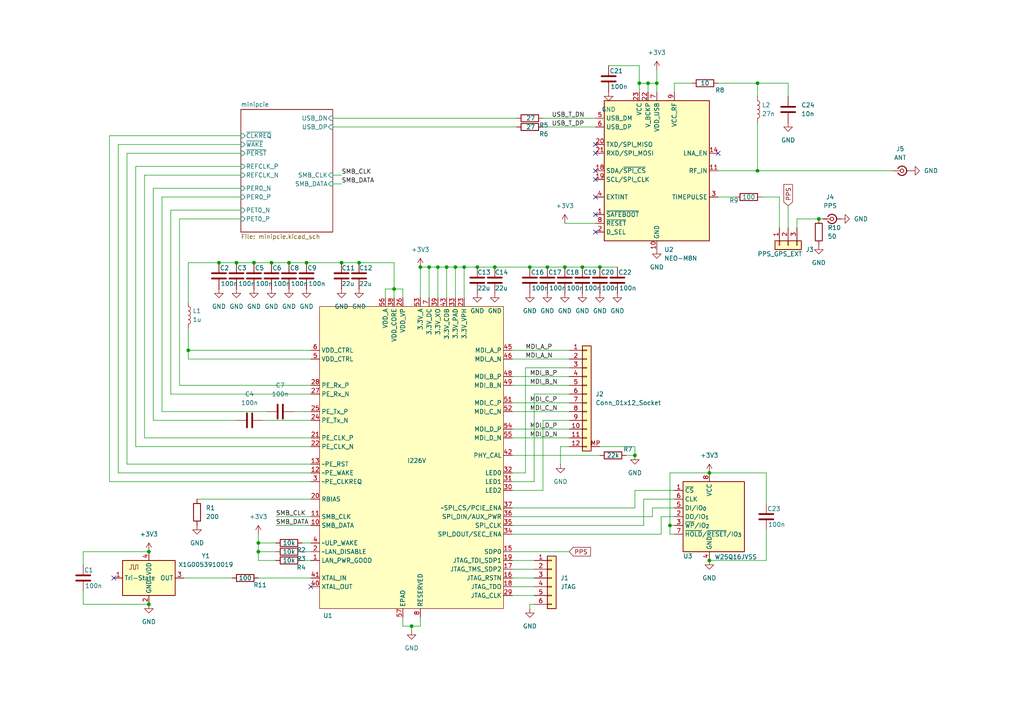
<source format=kicad_sch>
(kicad_sch (version 20250114) (generator "eeschema") (generator_version "9.0")
  (paper "A4")
  (lib_symbols
    (symbol "Connector:Conn_Coaxial_Small" (pin_numbers (hide yes)) (pin_names (offset 1.016) (hide yes))
      (property "Reference" "J" (at 0.254 3.048 0))
      (property "Value" "Conn_Coaxial_Small" (at 0 -3.81 0))
      (symbol "Conn_Coaxial_Small_0_1"
        (polyline (pts (xy -2.54 0) (xy -0.508 0)))
        (circle (center 0 0) (radius 0.508) (stroke (width 0.2032)))
      )
      (symbol "Conn_Coaxial_Small_1_1"
        (arc (start 1.3484 0.0039) (mid 0.327 -1.308) (end -1.1916 -0.6311) (stroke (width 0.3048)))
        (arc (start -1.1916 0.6311) (mid 0.327 1.3081) (end 1.3484 -0.0039) (stroke (width 0.3048)))
        (pin passive line (at -2.54 0 0) (length 1.27) (name "In") (number "1"))
        (pin passive line (at 2.54 0 180) (length 1.27) (name "Ext") (number "2"))
      )
    )
    (symbol "Connector_Generic:Conn_01x03" (pin_names (offset 1.016) (hide yes))
      (property "Reference" "J" (at 0 5.08 0))
      (property "Value" "Conn_01x03" (at 0 -5.08 0))
      (symbol "Conn_01x03_1_1"
        (rectangle (start -1.27 3.81) (end 1.27 -3.81) (stroke (width 0.254)) (fill (type background)))
        (rectangle (start -1.27 2.667) (end 0 2.413) (stroke (width 0.1524)))
        (rectangle (start -1.27 0.127) (end 0 -0.127) (stroke (width 0.1524)))
        (rectangle (start -1.27 -2.413) (end 0 -2.667) (stroke (width 0.1524)))
        (pin passive line (at -5.08 2.54 0) (length 3.81) (name "Pin_1") (number "1"))
        (pin passive line (at -5.08 0 0) (length 3.81) (name "Pin_2") (number "2"))
        (pin passive line (at -5.08 -2.54 0) (length 3.81) (name "Pin_3") (number "3"))
      )
    )
    (symbol "Connector_Generic:Conn_01x06" (pin_names (offset 1.016) (hide yes))
      (property "Reference" "J" (at 0 7.62 0))
      (property "Value" "Conn_01x06" (at 0 -10.16 0))
      (symbol "Conn_01x06_1_1"
        (rectangle (start -1.27 6.35) (end 1.27 -8.89) (stroke (width 0.254)) (fill (type background)))
        (rectangle (start -1.27 5.207) (end 0 4.953) (stroke (width 0.1524)))
        (rectangle (start -1.27 2.667) (end 0 2.413) (stroke (width 0.1524)))
        (rectangle (start -1.27 0.127) (end 0 -0.127) (stroke (width 0.1524)))
        (rectangle (start -1.27 -2.413) (end 0 -2.667) (stroke (width 0.1524)))
        (rectangle (start -1.27 -4.953) (end 0 -5.207) (stroke (width 0.1524)))
        (rectangle (start -1.27 -7.493) (end 0 -7.747) (stroke (width 0.1524)))
        (pin passive line (at -5.08 5.08 0) (length 3.81) (name "Pin_1") (number "1"))
        (pin passive line (at -5.08 2.54 0) (length 3.81) (name "Pin_2") (number "2"))
        (pin passive line (at -5.08 0 0) (length 3.81) (name "Pin_3") (number "3"))
        (pin passive line (at -5.08 -2.54 0) (length 3.81) (name "Pin_4") (number "4"))
        (pin passive line (at -5.08 -5.08 0) (length 3.81) (name "Pin_5") (number "5"))
        (pin passive line (at -5.08 -7.62 0) (length 3.81) (name "Pin_6") (number "6"))
      )
    )
    (symbol "Connector_Generic:Conn_01x12" (pin_names (offset 1.016) (hide yes))
      (property "Reference" "J2" (at 2.54 0.0001 0))
      (property "Value" "Conn_01x12_Socket" (at 2.54 -2.5399 0))
      (symbol "Conn_01x12_1_1"
        (rectangle (start -1.27 13.97) (end 1.27 -16.51) (stroke (width 0.254)) (fill (type background)))
        (rectangle (start -1.27 12.827) (end 0 12.573) (stroke (width 0.1524)))
        (rectangle (start -1.27 10.287) (end 0 10.033) (stroke (width 0.1524)))
        (rectangle (start -1.27 7.747) (end 0 7.493) (stroke (width 0.1524)))
        (rectangle (start -1.27 5.207) (end 0 4.953) (stroke (width 0.1524)))
        (rectangle (start -1.27 2.667) (end 0 2.413) (stroke (width 0.1524)))
        (rectangle (start -1.27 0.127) (end 0 -0.127) (stroke (width 0.1524)))
        (rectangle (start -1.27 -2.413) (end 0 -2.667) (stroke (width 0.1524)))
        (rectangle (start -1.27 -4.953) (end 0 -5.207) (stroke (width 0.1524)))
        (rectangle (start -1.27 -7.493) (end 0 -7.747) (stroke (width 0.1524)))
        (rectangle (start -1.27 -10.033) (end 0 -10.287) (stroke (width 0.1524)))
        (rectangle (start -1.27 -12.573) (end 0 -12.827) (stroke (width 0.1524)))
        (rectangle (start -1.27 -15.113) (end 0 -15.367) (stroke (width 0.1524)))
        (pin passive line (at -5.08 12.7 0) (length 3.81) (name "Pin_1") (number "1"))
        (pin passive line (at -5.08 10.16 0) (length 3.81) (name "Pin_2") (number "2"))
        (pin passive line (at -5.08 7.62 0) (length 3.81) (name "Pin_3") (number "3"))
        (pin passive line (at -5.08 5.08 0) (length 3.81) (name "Pin_4") (number "4"))
        (pin passive line (at -5.08 2.54 0) (length 3.81) (name "Pin_5") (number "5"))
        (pin passive line (at -5.08 0 0) (length 3.81) (name "Pin_6") (number "6"))
        (pin passive line (at -5.08 -2.54 0) (length 3.81) (name "Pin_7") (number "7"))
        (pin passive line (at -5.08 -5.08 0) (length 3.81) (name "Pin_8") (number "8"))
        (pin passive line (at -5.08 -7.62 0) (length 3.81) (name "Pin_9") (number "9"))
        (pin passive line (at -5.08 -10.16 0) (length 3.81) (name "Pin_10") (number "10"))
        (pin passive line (at -5.08 -12.7 0) (length 3.81) (name "Pin_11") (number "11"))
        (pin passive line (at -5.08 -15.24 0) (length 3.81) (name "Pin_12") (number "12"))
        (pin input line (at 3.81 -15.24 180) (length 2.54) (name "MP") (number "MP"))
      )
    )
    (symbol "Device:C" (pin_numbers (hide yes)) (pin_names (offset 0.254))
      (property "Reference" "C" (at 0.635 2.54 0))
      (property "Value" "C" (at 0.635 -2.54 0))
      (symbol "C_0_1"
        (polyline (pts (xy -2.032 0.762) (xy 2.032 0.762)) (stroke (width 0.508)))
        (polyline (pts (xy -2.032 -0.762) (xy 2.032 -0.762)) (stroke (width 0.508)))
      )
      (symbol "C_1_1"
        (pin passive line (at 0 3.81 270) (length 2.794) (name "~") (number "1"))
        (pin passive line (at 0 -3.81 90) (length 2.794) (name "~") (number "2"))
      )
    )
    (symbol "Device:L" (pin_numbers (hide yes)) (pin_names (offset 1.016) (hide yes))
      (property "Reference" "L" (at -1.27 0 90))
      (property "Value" "L" (at 1.905 0 90))
      (symbol "L_0_1"
        (arc (start 0 2.54) (mid 0.6323 1.905) (end 0 1.27))
        (arc (start 0 1.27) (mid 0.6323 0.635) (end 0 0))
        (arc (start 0 0) (mid 0.6323 -0.635) (end 0 -1.27))
        (arc (start 0 -1.27) (mid 0.6323 -1.905) (end 0 -2.54))
      )
      (symbol "L_1_1"
        (pin passive line (at 0 3.81 270) (length 1.27) (name "1") (number "1"))
        (pin passive line (at 0 -3.81 90) (length 1.27) (name "2") (number "2"))
      )
    )
    (symbol "Device:R" (pin_numbers (hide yes)) (pin_names (offset 0))
      (property "Reference" "R" (at 2.032 0 90))
      (property "Value" "R" (at 0 0 90))
      (symbol "R_0_1"
        (rectangle (start -1.016 -2.54) (end 1.016 2.54) (stroke (width 0.254)))
      )
      (symbol "R_1_1"
        (pin passive line (at 0 3.81 270) (length 1.27) (name "~") (number "1"))
        (pin passive line (at 0 -3.81 90) (length 1.27) (name "~") (number "2"))
      )
    )
    (symbol "Memory_Flash:W25Q16JVSS"
      (property "Reference" "U" (at -6.35 11.43 0))
      (property "Value" "W25Q16JVSS" (at 7.62 11.43 0))
      (symbol "W25Q16JVSS_0_1"
        (rectangle (start -7.62 10.16) (end 10.16 -10.16) (stroke (width 0.254)) (fill (type background)))
      )
      (symbol "W25Q16JVSS_1_1"
        (pin input line (at -10.16 7.62 0) (length 2.54) (name "~{CS}") (number "1"))
        (pin input line (at -10.16 5.08 0) (length 2.54) (name "CLK") (number "6"))
        (pin bidirectional line (at -10.16 2.54 0) (length 2.54) (name "DI/IO_{0}") (number "5"))
        (pin bidirectional line (at -10.16 0 0) (length 2.54) (name "DO/IO_{1}") (number "2"))
        (pin bidirectional line (at -10.16 -2.54 0) (length 2.54) (name "~{WP}/IO_{2}") (number "3"))
        (pin bidirectional line (at -10.16 -5.08 0) (length 2.54) (name "~{HOLD}/~{RESET}/IO_{3}") (number "7"))
        (pin power_in line (at 0 12.7 270) (length 2.54) (name "VCC") (number "8"))
        (pin power_in line (at 0 -12.7 90) (length 2.54) (name "GND") (number "4"))
      )
    )
    (symbol "Oscillator:ASCO"
      (property "Reference" "Y" (at -7.62 6.35 0))
      (property "Value" "ASCO" (at 1.27 -6.35 0))
      (symbol "ASCO_0_1"
        (rectangle (start -7.62 5.08) (end 7.62 -5.08) (stroke (width 0.254)) (fill (type background)))
        (polyline (pts (xy -5.715 2.54) (xy -5.08 2.54) (xy -5.08 3.81) (xy -4.445 3.81) (xy -4.445 2.54) (xy -3.81 2.54) (xy -3.81 3.81) (xy -3.175 3.81) (xy -3.175 2.54)))
      )
      (symbol "ASCO_1_1"
        (pin input line (at -10.16 0 0) (length 2.54) (name "Tri-State") (number "1"))
        (pin power_in line (at 0 7.62 270) (length 2.54) (name "VDD") (number "4"))
        (pin power_in line (at 0 -7.62 90) (length 2.54) (name "GND") (number "2"))
        (pin output line (at 10.16 0 180) (length 2.54) (name "OUT") (number "3"))
      )
    )
    (symbol "RF_GPS:NEO-M8N"
      (property "Reference" "U" (at -13.97 21.59 0))
      (property "Value" "NEO-M8N" (at 11.43 21.59 0))
      (symbol "NEO-M8N_0_1"
        (rectangle (start -15.24 20.32) (end 15.24 -20.32) (stroke (width 0.254)) (fill (type background)))
      )
      (symbol "NEO-M8N_1_1"
        (pin bidirectional line (at -17.78 15.24 0) (length 2.54) (name "USB_DM") (number "5"))
        (pin bidirectional line (at -17.78 12.7 0) (length 2.54) (name "USB_DP") (number "6"))
        (pin output line (at -17.78 7.62 0) (length 2.54) (name "TXD/SPI_MISO") (number "20"))
        (pin input line (at -17.78 5.08 0) (length 2.54) (name "RXD/SPI_MOSI") (number "21"))
        (pin bidirectional line (at -17.78 0 0) (length 2.54) (name "SDA/~{SPI_CS}") (number "18"))
        (pin input line (at -17.78 -2.54 0) (length 2.54) (name "SCL/SPI_CLK") (number "19"))
        (pin input line (at -17.78 -7.62 0) (length 2.54) (name "EXTINT") (number "4"))
        (pin input line (at -17.78 -12.7 0) (length 2.54) (name "~{SAFEBOOT}") (number "1"))
        (pin input line (at -17.78 -15.24 0) (length 2.54) (name "~{RESET}") (number "8"))
        (pin input line (at -17.78 -17.78 0) (length 2.54) (name "D_SEL") (number "2"))
        (pin power_in line (at -5.08 22.86 270) (length 2.54) (name "VCC") (number "23"))
        (pin power_in line (at -2.54 22.86 270) (length 2.54) (name "V_BCKP") (number "22"))
        (pin power_in line (at 0 22.86 270) (length 2.54) (name "VDD_USB") (number "7"))
        (pin power_in line (at 0 -22.86 90) (length 2.54) (name "GND") (number "10"))
        (pin passive line (at 0 -22.86 90) (length 2.54) (hide yes) (name "GND") (number "12"))
        (pin passive line (at 0 -22.86 90) (length 2.54) (hide yes) (name "GND") (number "13"))
        (pin passive line (at 0 -22.86 90) (length 2.54) (hide yes) (name "GND") (number "24"))
        (pin power_out line (at 5.08 22.86 270) (length 2.54) (name "VCC_RF") (number "9"))
        (pin no_connect line (at 15.24 -10.16 180) (length 2.54) (hide yes) (name "RESERVED") (number "15"))
        (pin no_connect line (at 15.24 -12.7 180) (length 2.54) (hide yes) (name "RESERVED") (number "16"))
        (pin no_connect line (at 15.24 -15.24 180) (length 2.54) (hide yes) (name "RESERVED") (number "17"))
        (pin output line (at 17.78 5.08 180) (length 2.54) (name "LNA_EN") (number "14"))
        (pin input line (at 17.78 0 180) (length 2.54) (name "RF_IN") (number "11"))
        (pin output line (at 17.78 -7.62 180) (length 2.54) (name "TIMEPULSE") (number "3"))
      )
    )
    (symbol "power:+3V3" (power) (pin_numbers (hide yes)) (pin_names (offset 0) (hide yes))
      (property "Value" "+3V3" (at 0 3.556 0))
      (symbol "+3V3_0_1"
        (polyline (pts (xy -0.762 1.27) (xy 0 2.54)))
        (polyline (pts (xy 0 2.54) (xy 0.762 1.27)))
        (polyline (pts (xy 0 0) (xy 0 2.54)))
      )
      (symbol "+3V3_1_1"
        (pin power_in line (at 0 0 90) (length 0) (name "~") (number "1"))
      )
    )
    (symbol "power:GND" (power) (pin_numbers (hide yes)) (pin_names (offset 0) (hide yes))
      (property "Value" "GND" (at 0 -3.81 0))
      (symbol "GND_0_1"
        (polyline (pts (xy 0 0) (xy 0 -1.27) (xy 1.27 -1.27) (xy 0 -2.54) (xy -1.27 -1.27) (xy 0 -1.27)))
      )
      (symbol "GND_1_1"
        (pin power_in line (at 0 0 270) (length 0) (name "~") (number "1"))
      )
    )
    (symbol "projlib:I226-V"
      (property "Reference" "U" (at -25.908 -46.482 0))
      (symbol "I226-V_1_0"
        (pin passive line (at -29.21 30.48 0) (length 2.54) (name "VDD_CTRL") (number "6"))
        (pin passive line (at -29.21 27.94 0) (length 2.54) (name "VDD_CTRL") (number "5"))
        (pin input line (at -29.21 20.32 0) (length 2.54) (name "PE_Rx_P") (number "28"))
        (pin input line (at -29.21 17.78 0) (length 2.54) (name "PE_Rx_N") (number "27"))
        (pin output line (at -29.21 12.7 0) (length 2.54) (name "PE_Tx_P") (number "25"))
        (pin output line (at -29.21 10.16 0) (length 2.54) (name "PE_Tx_N") (number "24"))
        (pin input line (at -29.21 5.08 0) (length 2.54) (name "PE_CLK_P") (number "21"))
        (pin input line (at -29.21 2.54 0) (length 2.54) (name "PE_CLK_N") (number "22"))
        (pin input line (at -29.21 -2.54 0) (length 2.54) (name "~PE_RST") (number "13"))
        (pin bidirectional line (at -29.21 -5.08 0) (length 2.54) (name "~PE_WAKE") (number "12"))
        (pin bidirectional line (at -29.21 -7.62 0) (length 2.54) (name "~PE_CLKREQ") (number "3"))
        (pin passive line (at -29.21 -12.7 0) (length 2.54) (name "RBIAS") (number "20"))
        (pin bidirectional line (at -29.21 -17.78 0) (length 2.54) (name "SMB_CLK") (number "11"))
        (pin bidirectional line (at -29.21 -20.32 0) (length 2.54) (name "SMB_DATA") (number "10"))
        (pin bidirectional line (at -29.21 -25.4 0) (length 2.54) (name "~ULP_WAKE") (number "4"))
        (pin input line (at -29.21 -35.56 0) (length 2.54) (name "XTAL_IN") (number "41"))
        (pin output line (at -29.21 -38.1 0) (length 2.54) (name "XTAL_OUT") (number "40"))
        (pin power_in line (at -7.62 45.72 270) (length 2.54) (hide yes) (name "VDD_A") (number "44"))
        (pin power_in line (at -7.62 45.72 270) (length 2.54) (hide yes) (name "VDD_A") (number "50"))
        (pin power_in line (at -7.62 45.72 270) (length 2.54) (name "VDD_A") (number "56"))
        (pin power_in line (at -5.08 45.72 270) (length 2.54) (name "VDD_CORE") (number "38"))
        (pin power_in line (at -5.08 45.72 270) (length 2.54) (hide yes) (name "VDD_CORE") (number "9"))
        (pin power_in line (at -2.54 45.72 270) (length 2.54) (name "VDD_VP") (number "26"))
        (pin power_in line (at -2.54 -46.99 90) (length 2.54) (name "EPAD") (number "57"))
        (pin power_in line (at 2.54 45.72 270) (length 2.54) (hide yes) (name "3.3V_A") (number "47"))
        (pin power_in line (at 2.54 45.72 270) (length 2.54) (name "3.3V_A") (number "53"))
        (pin power_in line (at 2.54 -46.99 90) (length 2.54) (name "RESERVED") (number "8"))
        (pin power_in line (at 5.08 45.72 270) (length 2.54) (name "3.3V_DC") (number "7"))
        (pin power_in line (at 7.62 45.72 270) (length 2.54) (name "3.3V_XO") (number "39"))
        (pin power_in line (at 10.16 45.72 270) (length 2.54) (name "3.3V_CDB") (number "43"))
        (pin power_in line (at 12.7 45.72 270) (length 2.54) (hide yes) (name "3.3V_PAD") (number "14"))
        (pin output line (at 12.7 45.72 270) (length 2.54) (name "3.3V_PAD") (number "33"))
        (pin power_in line (at 15.24 45.72 270) (length 2.54) (name "3.3V_VPH") (number "23"))
        (pin bidirectional line (at 29.21 30.48 180) (length 2.54) (name "MDI_A_P") (number "45"))
        (pin bidirectional line (at 29.21 27.94 180) (length 2.54) (name "MDI_A_N") (number "46"))
        (pin bidirectional line (at 29.21 22.86 180) (length 2.54) (name "MDI_B_P") (number "48"))
        (pin bidirectional line (at 29.21 20.32 180) (length 2.54) (name "MDI_B_N") (number "49"))
        (pin bidirectional line (at 29.21 15.24 180) (length 2.54) (name "MDI_C_P") (number "51"))
        (pin bidirectional line (at 29.21 12.7 180) (length 2.54) (name "MDI_C_N") (number "52"))
        (pin bidirectional line (at 29.21 7.62 180) (length 2.54) (name "MDI_D_P") (number "54"))
        (pin bidirectional line (at 29.21 5.08 180) (length 2.54) (name "MDI_D_N") (number "55"))
        (pin passive line (at 29.21 0 180) (length 2.54) (name "PHY_CAL") (number "42"))
        (pin output line (at 29.21 -5.08 180) (length 2.54) (name "LED0") (number "32"))
        (pin output line (at 29.21 -7.62 180) (length 2.54) (name "LED1") (number "31"))
        (pin output line (at 29.21 -10.16 180) (length 2.54) (name "LED2") (number "30"))
        (pin output line (at 29.21 -15.24 180) (length 2.54) (name "~SPI_CS/PCIE_ENA") (number "37"))
        (pin input line (at 29.21 -17.78 180) (length 2.54) (name "SPI_DIN/AUX_PWR") (number "36"))
        (pin output line (at 29.21 -20.32 180) (length 2.54) (name "SPI_CLK") (number "35"))
        (pin output line (at 29.21 -22.86 180) (length 2.54) (name "SPI_DOUT/SEC_ENA") (number "34"))
        (pin tri_state line (at 29.21 -27.94 180) (length 2.54) (name "SDP0") (number "15"))
        (pin input line (at 29.21 -30.48 180) (length 2.54) (name "JTAG_TDI_SDP1") (number "19"))
        (pin tri_state line (at 29.21 -33.02 180) (length 2.54) (name "JTAG_TMS_SDP2") (number "17"))
        (pin input line (at 29.21 -35.56 180) (length 2.54) (name "JTAG_RSTN") (number "16"))
        (pin output line (at 29.21 -38.1 180) (length 2.54) (name "JTAG_TDO") (number "18"))
        (pin input line (at 29.21 -40.64 180) (length 2.54) (name "JTAG_CLK") (number "29"))
      )
      (symbol "I226-V_1_1"
        (rectangle (start -26.67 43.18) (end 26.67 -44.45) (fill (type background)))
        (pin input line (at -29.21 -27.94 0) (length 2.54) (name "~LAN_DISABLE") (number "2"))
        (pin input line (at -29.21 -30.48 0) (length 2.54) (name "LAN_PWR_GOOD") (number "1"))
      )
    )
  )
  (junction (at 121.92 77.47))
  (junction (at 114.3 83.82))
  (junction (at 119.38 181.61))
  (junction (at 74.93 160.02))
  (junction (at 73.66 76.2))
  (junction (at 104.14 76.2))
  (junction (at 43.18 175.26))
  (junction (at 132.08 77.47))
  (junction (at 83.82 76.2))
  (junction (at 78.74 76.2))
  (junction (at 158.75 77.47))
  (junction (at 194.31 152.4))
  (junction (at 68.58 76.2))
  (junction (at 168.91 77.47))
  (junction (at 205.74 162.56))
  (junction (at 127 77.47))
  (junction (at 219.71 24.13))
  (junction (at 63.5 76.2))
  (junction (at 190.5 24.13))
  (junction (at 237.49 63.5))
  (junction (at 88.9 76.2))
  (junction (at 163.83 77.47))
  (junction (at 54.61 101.6))
  (junction (at 143.51 77.47))
  (junction (at 124.46 77.47))
  (junction (at 138.43 77.47))
  (junction (at 74.93 157.48))
  (junction (at 173.99 77.47))
  (junction (at 134.62 77.47))
  (junction (at 99.06 76.2))
  (junction (at 185.42 24.13))
  (junction (at 187.96 24.13))
  (junction (at 129.54 77.47))
  (junction (at 219.71 49.53))
  (junction (at 43.18 160.02))
  (junction (at 205.74 137.16))
  (junction (at 153.67 77.47))
  (junction (at 184.15 132.08))
  (no_connect (at 172.72 67.31))
  (no_connect (at 172.72 44.45))
  (no_connect (at 208.28 44.45))
  (no_connect (at 33.02 167.64))
  (no_connect (at 172.72 52.07))
  (no_connect (at 172.72 57.15))
  (no_connect (at 172.72 41.91))
  (no_connect (at 172.72 62.23))
  (no_connect (at 90.17 170.18))
  (no_connect (at 172.72 49.53))
  (wire (pts (xy 44.45 54.61) (xy 44.45 121.92)))
  (wire (pts (xy 69.85 39.37) (xy 31.75 39.37)))
  (wire (pts (xy 195.58 26.67) (xy 195.58 24.13)))
  (wire (pts (xy 154.94 114.3) (xy 165.1 114.3)))
  (wire (pts (xy 52.07 63.5) (xy 52.07 111.76)))
  (wire (pts (xy 173.99 129.54) (xy 184.15 129.54)))
  (wire (pts (xy 124.46 77.47) (xy 127 77.47)))
  (wire (pts (xy 54.61 76.2) (xy 63.5 76.2)))
  (wire (pts (xy 189.23 149.86) (xy 189.23 147.32)))
  (wire (pts (xy 148.59 119.38) (xy 165.1 119.38)))
  (wire (pts (xy 74.93 162.56) (xy 80.01 162.56)))
  (wire (pts (xy 186.69 144.78) (xy 195.58 144.78)))
  (wire (pts (xy 222.25 146.05) (xy 222.25 137.16)))
  (wire (pts (xy 129.54 77.47) (xy 129.54 86.36)))
  (wire (pts (xy 96.52 34.29) (xy 149.86 34.29)))
  (wire (pts (xy 69.85 41.91) (xy 34.29 41.91)))
  (wire (pts (xy 88.9 76.2) (xy 99.06 76.2)))
  (wire (pts (xy 148.59 132.08) (xy 173.99 132.08)))
  (wire (pts (xy 208.28 49.53) (xy 219.71 49.53)))
  (wire (pts (xy 157.48 36.83) (xy 172.72 36.83)))
  (wire (pts (xy 83.82 76.2) (xy 88.9 76.2)))
  (wire (pts (xy 132.08 77.47) (xy 134.62 77.47)))
  (wire (pts (xy 74.93 157.48) (xy 80.01 157.48)))
  (wire (pts (xy 173.99 77.47) (xy 179.07 77.47)))
  (wire (pts (xy 121.92 181.61) (xy 119.38 181.61)))
  (wire (pts (xy 148.59 172.72) (xy 154.94 172.72)))
  (wire (pts (xy 184.15 142.24) (xy 195.58 142.24)))
  (wire (pts (xy 228.6 24.13) (xy 228.6 27.94)))
  (wire (pts (xy 163.83 77.47) (xy 168.91 77.47)))
  (wire (pts (xy 148.59 101.6) (xy 165.1 101.6)))
  (wire (pts (xy 96.52 50.8) (xy 99.06 50.8)))
  (wire (pts (xy 80.01 149.86) (xy 90.17 149.86)))
  (wire (pts (xy 195.58 152.4) (xy 194.31 152.4)))
  (wire (pts (xy 165.1 106.68) (xy 152.4 106.68)))
  (wire (pts (xy 116.84 86.36) (xy 116.84 83.82)))
  (wire (pts (xy 34.29 137.16) (xy 90.17 137.16)))
  (wire (pts (xy 138.43 77.47) (xy 143.51 77.47)))
  (wire (pts (xy 49.53 60.96) (xy 49.53 114.3)))
  (wire (pts (xy 165.1 129.54) (xy 162.56 129.54)))
  (wire (pts (xy 74.93 160.02) (xy 80.01 160.02)))
  (wire (pts (xy 194.31 137.16) (xy 205.74 137.16)))
  (wire (pts (xy 121.92 179.07) (xy 121.92 181.61)))
  (wire (pts (xy 87.63 162.56) (xy 90.17 162.56)))
  (wire (pts (xy 39.37 129.54) (xy 90.17 129.54)))
  (wire (pts (xy 153.67 77.47) (xy 158.75 77.47)))
  (wire (pts (xy 157.48 142.24) (xy 157.48 121.92)))
  (wire (pts (xy 187.96 24.13) (xy 187.96 26.67)))
  (wire (pts (xy 104.14 76.2) (xy 114.3 76.2)))
  (wire (pts (xy 24.13 160.02) (xy 24.13 163.83)))
  (wire (pts (xy 87.63 157.48) (xy 90.17 157.48)))
  (wire (pts (xy 78.74 76.2) (xy 83.82 76.2)))
  (wire (pts (xy 148.59 104.14) (xy 165.1 104.14)))
  (wire (pts (xy 134.62 77.47) (xy 138.43 77.47)))
  (wire (pts (xy 39.37 48.26) (xy 69.85 48.26)))
  (wire (pts (xy 194.31 152.4) (xy 194.31 154.94)))
  (wire (pts (xy 184.15 147.32) (xy 184.15 142.24)))
  (wire (pts (xy 74.93 167.64) (xy 90.17 167.64)))
  (wire (pts (xy 132.08 77.47) (xy 132.08 86.36)))
  (wire (pts (xy 228.6 59.69) (xy 228.6 66.04)))
  (wire (pts (xy 185.42 19.05) (xy 185.42 24.13)))
  (wire (pts (xy 208.28 57.15) (xy 213.36 57.15)))
  (wire (pts (xy 157.48 121.92) (xy 165.1 121.92)))
  (wire (pts (xy 49.53 60.96) (xy 69.85 60.96)))
  (wire (pts (xy 190.5 24.13) (xy 190.5 26.67)))
  (wire (pts (xy 148.59 165.1) (xy 154.94 165.1)))
  (wire (pts (xy 148.59 139.7) (xy 154.94 139.7)))
  (wire (pts (xy 195.58 154.94) (xy 194.31 154.94)))
  (wire (pts (xy 36.83 134.62) (xy 90.17 134.62)))
  (wire (pts (xy 85.09 119.38) (xy 90.17 119.38)))
  (wire (pts (xy 219.71 24.13) (xy 228.6 24.13)))
  (wire (pts (xy 74.93 157.48) (xy 74.93 160.02)))
  (wire (pts (xy 119.38 181.61) (xy 119.38 182.88)))
  (wire (pts (xy 148.59 127) (xy 165.1 127)))
  (wire (pts (xy 68.58 76.2) (xy 73.66 76.2)))
  (wire (pts (xy 219.71 35.56) (xy 219.71 49.53)))
  (wire (pts (xy 116.84 83.82) (xy 114.3 83.82)))
  (wire (pts (xy 187.96 24.13) (xy 190.5 24.13)))
  (wire (pts (xy 111.76 83.82) (xy 111.76 86.36)))
  (wire (pts (xy 237.49 63.5) (xy 231.14 63.5)))
  (wire (pts (xy 148.59 152.4) (xy 186.69 152.4)))
  (wire (pts (xy 194.31 152.4) (xy 194.31 137.16)))
  (wire (pts (xy 69.85 44.45) (xy 36.83 44.45)))
  (wire (pts (xy 41.91 50.8) (xy 41.91 127)))
  (wire (pts (xy 154.94 139.7) (xy 154.94 114.3)))
  (wire (pts (xy 53.34 167.64) (xy 67.31 167.64)))
  (wire (pts (xy 208.28 24.13) (xy 219.71 24.13)))
  (wire (pts (xy 148.59 124.46) (xy 165.1 124.46)))
  (wire (pts (xy 49.53 114.3) (xy 90.17 114.3)))
  (wire (pts (xy 74.93 160.02) (xy 74.93 162.56)))
  (wire (pts (xy 41.91 50.8) (xy 69.85 50.8)))
  (wire (pts (xy 127 77.47) (xy 129.54 77.47)))
  (wire (pts (xy 76.2 121.92) (xy 90.17 121.92)))
  (wire (pts (xy 90.17 101.6) (xy 54.61 101.6)))
  (wire (pts (xy 219.71 24.13) (xy 219.71 27.94)))
  (wire (pts (xy 222.25 162.56) (xy 205.74 162.56)))
  (wire (pts (xy 153.67 175.26) (xy 154.94 175.26)))
  (wire (pts (xy 39.37 48.26) (xy 39.37 129.54)))
  (wire (pts (xy 46.99 119.38) (xy 77.47 119.38)))
  (wire (pts (xy 31.75 39.37) (xy 31.75 139.7)))
  (wire (pts (xy 116.84 179.07) (xy 116.84 181.61)))
  (wire (pts (xy 24.13 171.45) (xy 24.13 175.26)))
  (wire (pts (xy 191.77 154.94) (xy 191.77 149.86)))
  (wire (pts (xy 226.06 57.15) (xy 226.06 66.04)))
  (wire (pts (xy 36.83 44.45) (xy 36.83 134.62)))
  (wire (pts (xy 222.25 153.67) (xy 222.25 162.56)))
  (wire (pts (xy 190.5 20.32) (xy 190.5 24.13)))
  (wire (pts (xy 99.06 76.2) (xy 104.14 76.2)))
  (wire (pts (xy 54.61 104.14) (xy 54.61 101.6)))
  (wire (pts (xy 165.1 160.02) (xy 148.59 160.02)))
  (wire (pts (xy 124.46 77.47) (xy 124.46 86.36)))
  (wire (pts (xy 34.29 41.91) (xy 34.29 137.16)))
  (wire (pts (xy 157.48 34.29) (xy 172.72 34.29)))
  (wire (pts (xy 153.67 176.53) (xy 153.67 175.26)))
  (wire (pts (xy 52.07 63.5) (xy 69.85 63.5)))
  (wire (pts (xy 52.07 111.76) (xy 90.17 111.76)))
  (wire (pts (xy 114.3 83.82) (xy 111.76 83.82)))
  (wire (pts (xy 231.14 63.5) (xy 231.14 66.04)))
  (wire (pts (xy 148.59 170.18) (xy 154.94 170.18)))
  (wire (pts (xy 121.92 77.47) (xy 124.46 77.47)))
  (wire (pts (xy 121.92 86.36) (xy 121.92 77.47)))
  (wire (pts (xy 74.93 154.94) (xy 74.93 157.48)))
  (wire (pts (xy 191.77 149.86) (xy 195.58 149.86)))
  (wire (pts (xy 96.52 53.34) (xy 99.06 53.34)))
  (wire (pts (xy 176.53 19.05) (xy 185.42 19.05)))
  (wire (pts (xy 181.61 132.08) (xy 184.15 132.08)))
  (wire (pts (xy 222.25 137.16) (xy 205.74 137.16)))
  (wire (pts (xy 184.15 129.54) (xy 184.15 132.08)))
  (wire (pts (xy 168.91 77.47) (xy 173.99 77.47)))
  (wire (pts (xy 31.75 139.7) (xy 90.17 139.7)))
  (wire (pts (xy 57.15 144.78) (xy 90.17 144.78)))
  (wire (pts (xy 148.59 147.32) (xy 184.15 147.32)))
  (wire (pts (xy 90.17 104.14) (xy 54.61 104.14)))
  (wire (pts (xy 134.62 77.47) (xy 134.62 86.36)))
  (wire (pts (xy 80.01 152.4) (xy 90.17 152.4)))
  (wire (pts (xy 44.45 54.61) (xy 69.85 54.61)))
  (wire (pts (xy 148.59 111.76) (xy 165.1 111.76)))
  (wire (pts (xy 186.69 152.4) (xy 186.69 144.78)))
  (wire (pts (xy 148.59 109.22) (xy 165.1 109.22)))
  (wire (pts (xy 54.61 101.6) (xy 54.61 95.25)))
  (wire (pts (xy 158.75 77.47) (xy 163.83 77.47)))
  (wire (pts (xy 189.23 147.32) (xy 195.58 147.32)))
  (wire (pts (xy 46.99 57.15) (xy 46.99 119.38)))
  (wire (pts (xy 195.58 24.13) (xy 200.66 24.13)))
  (wire (pts (xy 41.91 127) (xy 90.17 127)))
  (wire (pts (xy 143.51 77.47) (xy 153.67 77.47)))
  (wire (pts (xy 148.59 162.56) (xy 154.94 162.56)))
  (wire (pts (xy 152.4 106.68) (xy 152.4 137.16)))
  (wire (pts (xy 148.59 149.86) (xy 189.23 149.86)))
  (wire (pts (xy 54.61 87.63) (xy 54.61 76.2)))
  (wire (pts (xy 129.54 77.47) (xy 132.08 77.47)))
  (wire (pts (xy 163.83 64.77) (xy 172.72 64.77)))
  (wire (pts (xy 44.45 121.92) (xy 68.58 121.92)))
  (wire (pts (xy 185.42 26.67) (xy 185.42 24.13)))
  (wire (pts (xy 73.66 76.2) (xy 78.74 76.2)))
  (wire (pts (xy 220.98 57.15) (xy 226.06 57.15)))
  (wire (pts (xy 238.76 63.5) (xy 237.49 63.5)))
  (wire (pts (xy 152.4 137.16) (xy 148.59 137.16)))
  (wire (pts (xy 219.71 49.53) (xy 259.08 49.53)))
  (wire (pts (xy 87.63 160.02) (xy 90.17 160.02)))
  (wire (pts (xy 148.59 154.94) (xy 191.77 154.94)))
  (wire (pts (xy 46.99 57.15) (xy 69.85 57.15)))
  (wire (pts (xy 43.18 160.02) (xy 24.13 160.02)))
  (wire (pts (xy 127 77.47) (xy 127 86.36)))
  (wire (pts (xy 148.59 142.24) (xy 157.48 142.24)))
  (wire (pts (xy 185.42 24.13) (xy 187.96 24.13)))
  (wire (pts (xy 148.59 167.64) (xy 154.94 167.64)))
  (wire (pts (xy 114.3 76.2) (xy 114.3 83.82)))
  (wire (pts (xy 148.59 116.84) (xy 165.1 116.84)))
  (wire (pts (xy 96.52 36.83) (xy 149.86 36.83)))
  (wire (pts (xy 116.84 181.61) (xy 119.38 181.61)))
  (wire (pts (xy 162.56 129.54) (xy 162.56 134.62)))
  (wire (pts (xy 63.5 76.2) (xy 68.58 76.2)))
  (wire (pts (xy 114.3 83.82) (xy 114.3 86.36)))
  (wire (pts (xy 24.13 175.26) (xy 43.18 175.26)))
  (label "SMB_DATA" (at 99.06 53.34 0))
  (label "SMB_CLK" (at 99.06 50.8 0))
  (label "MDI_B_P" (at 153.67 109.22 0))
  (label "SMB_DATA" (at 80.01 152.4 0))
  (label "MDI_D_P" (at 153.67 124.46 0))
  (label "MDI_A_P" (at 152.4 101.6 0))
  (label "MDI_D_N" (at 153.67 127 0))
  (label "USB_T_DP" (at 160.02 36.83 0))
  (label "SMB_CLK" (at 80.01 149.86 0))
  (label "MDI_C_N" (at 153.67 119.38 0))
  (label "MDI_C_P" (at 153.67 116.84 0))
  (label "USB_T_DN" (at 160.02 34.29 0))
  (label "MDI_B_N" (at 153.67 111.76 0))
  (label "MDI_A_N" (at 152.4 104.14 0))
  (global_label "PPS" (shape input) (at 228.6 59.69 90) (property "Intersheetrefs" "${INTERSHEET_REFS}" (effects (hide yes))))
  (global_label "PPS" (shape input) (at 165.1 160.02 0) (property "Intersheetrefs" "${INTERSHEET_REFS}" (effects (hide yes))))
  (symbol (lib_id "power:GND") (at 228.6 35.56 0) (unit 1)
    (property "Reference" "#PWR034" (effects (hide yes)))
    (property "Value" "GND" (at 228.6 40.64 0))
    (property "Description" "Power symbol creates a global label with name \"GND\" , ground" (effects (hide yes)))
  )
  (symbol (lib_id "Device:C") (at 24.13 167.64 0) (unit 1)
    (property "Reference" "C1" (at 24.384 165.354 0) (effects (justify left)))
    (property "Value" "100n" (at 24.638 169.926 0) (effects (justify left)))
    (property "Footprint" "Capacitor_SMD:C_0402_1005Metric" (effects (hide yes)))
    (property "Description" "Unpolarized capacitor" (effects (hide yes)))
  )
  (symbol (lib_id "power:+3V3") (at 205.74 137.16 0) (unit 1)
    (property "Reference" "#PWR032" (effects (hide yes)))
    (property "Value" "+3V3" (at 205.74 132.08 0))
    (property "Description" "Power symbol creates a global label with name \"+3V3\"" (effects (hide yes)))
  )
  (symbol (lib_id "Device:R") (at 83.82 160.02 90) (unit 1)
    (property "Reference" "R3" (at 87.376 162.052 90))
    (property "Value" "10k" (at 83.82 160.02 90))
    (property "Footprint" "Resistor_SMD:R_0402_1005Metric" (effects (hide yes)))
    (property "Description" "Resistor" (effects (hide yes)))
  )
  (symbol (lib_id "Device:R") (at 83.82 157.48 90) (unit 1)
    (property "Reference" "R2" (at 87.376 159.512 90))
    (property "Value" "10k" (at 83.82 157.48 90))
    (property "Footprint" "Resistor_SMD:R_0402_1005Metric" (effects (hide yes)))
    (property "Description" "Resistor" (effects (hide yes)))
  )
  (symbol (lib_id "Device:R") (at 204.47 24.13 90) (unit 1)
    (property "Reference" "R8" (at 208.788 26.162 90))
    (property "Value" "10" (at 204.47 24.13 90))
    (property "Footprint" "Resistor_SMD:R_0402_1005Metric" (effects (hide yes)))
    (property "Description" "Resistor" (effects (hide yes)))
  )
  (symbol (lib_id "Connector_Generic:Conn_01x12") (at 170.18 114.3 0) (unit 1)
    (property "Reference" "J2" (at 172.72 114.2999 0) (effects (justify left)))
    (property "Value" "Conn_01x12_Socket" (at 172.72 116.8399 0) (effects (justify left)))
    (property "Footprint" "Connector_FFC-FPC:Hirose_FH12-12S-0.5SH_1x12-1MP_P0.50mm_Horizontal" (effects (hide yes)))
    (property "Description" "Generic connector, single row, 01x12, script generated (kicad-library-utils/schlib/autogen/connector/)" (effects (hide yes)))
  )
  (symbol (lib_id "Device:R") (at 153.67 36.83 90) (unit 1)
    (property "Reference" "R6" (at 157.734 38.862 90))
    (property "Value" "27" (at 153.924 36.83 90))
    (property "Footprint" "Resistor_SMD:R_0402_1005Metric" (effects (hide yes)))
    (property "Description" "Resistor" (effects (hide yes)))
  )
  (symbol (lib_id "Device:C") (at 228.6 31.75 0) (unit 1)
    (property "Reference" "C24" (at 232.41 30.4799 0) (effects (justify left)))
    (property "Value" "10n" (at 232.41 33.0199 0) (effects (justify left)))
    (property "Footprint" "Capacitor_SMD:C_0402_1005Metric" (effects (hide yes)))
    (property "Description" "Unpolarized capacitor" (effects (hide yes)))
  )
  (symbol (lib_id "power:GND") (at 243.84 63.5 90) (unit 1)
    (property "Reference" "#PWR036" (effects (hide yes)))
    (property "Value" "GND" (at 247.65 63.4999 90) (effects (justify right)))
    (property "Description" "Power symbol creates a global label with name \"GND\" , ground" (effects (hide yes)))
  )
  (symbol (lib_id "Memory_Flash:W25Q16JVSS") (at 205.74 149.86 0) (unit 1)
    (property "Reference" "U3" (at 198.12 161.29 0) (effects (justify left)))
    (property "Value" "W25Q16JVSS" (at 207.264 161.544 0) (effects (justify left)))
    (property "Footprint" "Package_SO:SOIC-8_5.3x5.3mm_P1.27mm" (effects (hide yes)))
    (property "Datasheet" "https://www.winbond.com/hq/support/documentation/levelOne.jsp?__locale=en&DocNo=DA00-W25Q16JV.1" (effects (hide yes)))
    (property "Description" "16Mbit / 2MiB Serial Flash Memory, Standard/Dual/Quad SPI, 2.7-3.6V, SOIC-8 (208 mil)" (effects (hide yes)))
  )
  (symbol (lib_id "power:GND") (at 138.43 85.09 0) (unit 1)
    (property "Reference" "#PWR016" (effects (hide yes)))
    (property "Value" "GND" (at 138.43 90.17 0))
    (property "Description" "Power symbol creates a global label with name \"GND\" , ground" (effects (hide yes)))
  )
  (symbol (lib_id "power:GND") (at 57.15 152.4 0) (unit 1)
    (property "Reference" "#PWR03" (effects (hide yes)))
    (property "Value" "GND" (at 57.15 157.48 0))
    (property "Description" "Power symbol creates a global label with name \"GND\" , ground" (effects (hide yes)))
  )
  (symbol (lib_id "Device:C") (at 143.51 81.28 0) (unit 1)
    (property "Reference" "C14" (at 143.51 78.994 0) (effects (justify left)))
    (property "Value" "22u" (at 143.51 83.566 0) (effects (justify left)))
    (property "Footprint" "Capacitor_SMD:C_0603_1608Metric" (effects (hide yes)))
    (property "Description" "Unpolarized capacitor" (effects (hide yes)))
  )
  (symbol (lib_id "Device:C") (at 173.99 81.28 0) (unit 1)
    (property "Reference" "C20" (at 174.244 78.994 0) (effects (justify left)))
    (property "Value" "100n" (at 174.498 83.566 0) (effects (justify left)))
    (property "Footprint" "Capacitor_SMD:C_0402_1005Metric" (effects (hide yes)))
    (property "Description" "Unpolarized capacitor" (effects (hide yes)))
  )
  (symbol (lib_id "Device:L") (at 54.61 91.44 0) (unit 1)
    (property "Reference" "L1" (at 55.88 90.1699 0) (effects (justify left)))
    (property "Value" "1u" (at 55.88 92.7099 0) (effects (justify left)))
    (property "Footprint" "Inductor_SMD:L_Changjiang_FXL0420" (effects (hide yes)))
    (property "Description" "Inductor" (effects (hide yes)))
    (property "Part#" "FXL0420-1R0-M" (effects (hide yes)))
  )
  (symbol (lib_id "Oscillator:ASCO") (at 43.18 167.64 0) (unit 1)
    (property "Reference" "Y1" (at 59.69 161.2198 0))
    (property "Value" "X1G0053910019" (at 59.69 163.7598 0))
    (property "Footprint" "Crystal:Crystal_SMD_5032-4Pin_5.0x3.2mm" (effects (hide yes)))
    (property "Datasheet" "https://abracon.com/Oscillators/ASCO.pdf" (effects (hide yes)))
    (property "Description" "Crystal Clock Oscillator, Abracon ASCO" (effects (hide yes)))
  )
  (symbol (lib_id "power:GND") (at 143.51 85.09 0) (unit 1)
    (property "Reference" "#PWR017" (effects (hide yes)))
    (property "Value" "GND" (at 143.51 90.17 0))
    (property "Description" "Power symbol creates a global label with name \"GND\" , ground" (effects (hide yes)))
  )
  (symbol (lib_id "power:GND") (at 176.53 26.67 0) (unit 1)
    (property "Reference" "#PWR027" (effects (hide yes)))
    (property "Value" "GND" (at 176.53 31.75 0))
    (property "Description" "Power symbol creates a global label with name \"GND\" , ground" (effects (hide yes)))
  )
  (symbol (lib_id "Device:C") (at 104.14 80.01 0) (unit 1)
    (property "Reference" "C12" (at 104.14 77.724 0) (effects (justify left)))
    (property "Value" "22u" (at 104.14 82.296 0) (effects (justify left)))
    (property "Footprint" "Capacitor_SMD:C_0603_1608Metric" (effects (hide yes)))
    (property "Description" "Unpolarized capacitor" (effects (hide yes)))
  )
  (symbol (lib_id "Device:R") (at 83.82 162.56 90) (unit 1)
    (property "Reference" "R4" (at 87.376 164.592 90))
    (property "Value" "10k" (at 83.82 162.56 90))
    (property "Footprint" "Resistor_SMD:R_0402_1005Metric" (effects (hide yes)))
    (property "Description" "Resistor" (effects (hide yes)))
  )
  (symbol (lib_id "power:GND") (at 104.14 83.82 0) (unit 1)
    (property "Reference" "#PWR013" (effects (hide yes)))
    (property "Value" "GND" (at 104.14 88.9 0))
    (property "Description" "Power symbol creates a global label with name \"GND\" , ground" (effects (hide yes)))
  )
  (symbol (lib_id "Connector:Conn_Coaxial_Small") (at 241.3 63.5 0) (unit 1)
    (property "Reference" "J4" (at 240.7804 57.15 0))
    (property "Value" "PPS" (at 240.7804 59.69 0))
    (property "Footprint" "Connector_Coaxial:U.FL_Hirose_U.FL-R-SMT-1_Vertical" (effects (hide yes)))
    (property "Description" "small coaxial connector (BNC, SMA, SMB, SMC, Cinch/RCA, LEMO, ...)" (effects (hide yes)))
  )
  (symbol (lib_id "power:GND") (at 168.91 85.09 0) (unit 1)
    (property "Reference" "#PWR025" (effects (hide yes)))
    (property "Value" "GND" (at 168.91 90.17 0))
    (property "Description" "Power symbol creates a global label with name \"GND\" , ground" (effects (hide yes)))
  )
  (symbol (lib_id "power:GND") (at 153.67 85.09 0) (unit 1)
    (property "Reference" "#PWR019" (effects (hide yes)))
    (property "Value" "GND" (at 153.67 90.17 0))
    (property "Description" "Power symbol creates a global label with name \"GND\" , ground" (effects (hide yes)))
  )
  (symbol (lib_id "Device:C") (at 176.53 22.86 0) (unit 1)
    (property "Reference" "C21" (at 176.784 20.574 0) (effects (justify left)))
    (property "Value" "100n" (at 177.038 25.146 0) (effects (justify left)))
    (property "Footprint" "Capacitor_SMD:C_0402_1005Metric" (effects (hide yes)))
    (property "Description" "Unpolarized capacitor" (effects (hide yes)))
  )
  (symbol (lib_id "power:GND") (at 163.83 85.09 0) (unit 1)
    (property "Reference" "#PWR024" (effects (hide yes)))
    (property "Value" "GND" (at 163.83 90.17 0))
    (property "Description" "Power symbol creates a global label with name \"GND\" , ground" (effects (hide yes)))
  )
  (symbol (lib_id "power:GND") (at 63.5 83.82 0) (unit 1)
    (property "Reference" "#PWR04" (effects (hide yes)))
    (property "Value" "GND" (at 63.5 88.9 0))
    (property "Description" "Power symbol creates a global label with name \"GND\" , ground" (effects (hide yes)))
  )
  (symbol (lib_id "power:GND") (at 153.67 176.53 0) (unit 1)
    (property "Reference" "#PWR020" (effects (hide yes)))
    (property "Value" "GND" (at 153.67 181.61 0))
    (property "Description" "Power symbol creates a global label with name \"GND\" , ground" (effects (hide yes)))
  )
  (symbol (lib_id "Device:C") (at 138.43 81.28 0) (unit 1)
    (property "Reference" "C13" (at 138.43 78.994 0) (effects (justify left)))
    (property "Value" "22u" (at 138.43 83.566 0) (effects (justify left)))
    (property "Footprint" "Capacitor_SMD:C_0603_1608Metric" (effects (hide yes)))
    (property "Description" "Unpolarized capacitor" (effects (hide yes)))
  )
  (symbol (lib_id "Device:C") (at 179.07 81.28 0) (unit 1)
    (property "Reference" "C22" (at 179.324 78.994 0) (effects (justify left)))
    (property "Value" "100n" (at 179.578 83.566 0) (effects (justify left)))
    (property "Footprint" "Capacitor_SMD:C_0402_1005Metric" (effects (hide yes)))
    (property "Description" "Unpolarized capacitor" (effects (hide yes)))
  )
  (symbol (lib_id "power:GND") (at 237.49 71.12 0) (unit 1)
    (property "Reference" "#PWR035" (effects (hide yes)))
    (property "Value" "GND" (at 237.49 76.2 0))
    (property "Description" "Power symbol creates a global label with name \"GND\" , ground" (effects (hide yes)))
  )
  (symbol (lib_id "power:+3V3") (at 121.92 77.47 0) (unit 1)
    (property "Reference" "#PWR015" (effects (hide yes)))
    (property "Value" "+3V3" (at 121.92 72.39 0))
    (property "Description" "Power symbol creates a global label with name \"+3V3\"" (effects (hide yes)))
  )
  (symbol (lib_id "power:GND") (at 99.06 83.82 0) (unit 1)
    (property "Reference" "#PWR012" (effects (hide yes)))
    (property "Value" "GND" (at 99.06 88.9 0))
    (property "Description" "Power symbol creates a global label with name \"GND\" , ground" (effects (hide yes)))
  )
  (symbol (lib_id "power:GND") (at 179.07 85.09 0) (unit 1)
    (property "Reference" "#PWR028" (effects (hide yes)))
    (property "Value" "GND" (at 179.07 90.17 0))
    (property "Description" "Power symbol creates a global label with name \"GND\" , ground" (effects (hide yes)))
  )
  (symbol (lib_id "power:GND") (at 68.58 83.82 0) (unit 1)
    (property "Reference" "#PWR05" (effects (hide yes)))
    (property "Value" "GND" (at 68.58 88.9 0))
    (property "Description" "Power symbol creates a global label with name \"GND\" , ground" (effects (hide yes)))
  )
  (symbol (lib_id "Device:C") (at 73.66 80.01 0) (unit 1)
    (property "Reference" "C5" (at 73.914 77.724 0) (effects (justify left)))
    (property "Value" "100n" (at 74.168 82.296 0) (effects (justify left)))
    (property "Footprint" "Capacitor_SMD:C_0402_1005Metric" (effects (hide yes)))
    (property "Description" "Unpolarized capacitor" (effects (hide yes)))
  )
  (symbol (lib_id "power:GND") (at 190.5 72.39 0) (unit 1)
    (property "Reference" "#PWR031" (effects (hide yes)))
    (property "Value" "GND" (at 190.5 77.47 0))
    (property "Description" "Power symbol creates a global label with name \"GND\" , ground" (effects (hide yes)))
  )
  (symbol (lib_id "Device:C") (at 63.5 80.01 0) (unit 1)
    (property "Reference" "C2" (at 63.754 77.724 0) (effects (justify left)))
    (property "Value" "100n" (at 64.008 82.296 0) (effects (justify left)))
    (property "Footprint" "Capacitor_SMD:C_0402_1005Metric" (effects (hide yes)))
    (property "Description" "Unpolarized capacitor" (effects (hide yes)))
  )
  (symbol (lib_id "power:GND") (at 173.99 85.09 0) (unit 1)
    (property "Reference" "#PWR026" (effects (hide yes)))
    (property "Value" "GND" (at 173.99 90.17 0))
    (property "Description" "Power symbol creates a global label with name \"GND\" , ground" (effects (hide yes)))
  )
  (symbol (lib_id "Connector_Generic:Conn_01x06") (at 160.02 167.64 0) (unit 1)
    (property "Reference" "J1" (at 162.56 167.6399 0) (effects (justify left)))
    (property "Value" "JTAG" (at 162.56 170.1799 0) (effects (justify left)))
    (property "Footprint" "Connector_PinHeader_1.27mm:PinHeader_1x06_P1.27mm_Vertical" (effects (hide yes)))
    (property "Description" "Generic connector, single row, 01x06, script generated (kicad-library-utils/schlib/autogen/connector/)" (effects (hide yes)))
  )
  (symbol (lib_id "Connector:Conn_Coaxial_Small") (at 261.62 49.53 0) (unit 1)
    (property "Reference" "J5" (at 261.1004 43.18 0))
    (property "Value" "ANT" (at 261.1004 45.72 0))
    (property "Footprint" "Connector_Coaxial:U.FL_Hirose_U.FL-R-SMT-1_Vertical" (effects (hide yes)))
    (property "Description" "small coaxial connector (BNC, SMA, SMB, SMC, Cinch/RCA, LEMO, ...)" (effects (hide yes)))
  )
  (symbol (lib_id "power:+3V3") (at 74.93 154.94 0) (unit 1)
    (property "Reference" "#PWR07" (effects (hide yes)))
    (property "Value" "+3V3" (at 74.93 149.86 0))
    (property "Description" "Power symbol creates a global label with name \"+3V3\"" (effects (hide yes)))
  )
  (symbol (lib_id "power:+3V3") (at 163.83 64.77 0) (unit 1)
    (property "Reference" "#PWR023" (effects (hide yes)))
    (property "Value" "+3V3" (at 163.83 59.69 0))
    (property "Description" "Power symbol creates a global label with name \"+3V3\"" (effects (hide yes)))
  )
  (symbol (lib_id "Device:C") (at 68.58 80.01 0) (unit 1)
    (property "Reference" "C3" (at 68.834 77.724 0) (effects (justify left)))
    (property "Value" "100n" (at 69.088 82.296 0) (effects (justify left)))
    (property "Footprint" "Capacitor_SMD:C_0402_1005Metric" (effects (hide yes)))
    (property "Description" "Unpolarized capacitor" (effects (hide yes)))
  )
  (symbol (lib_id "Device:C") (at 83.82 80.01 0) (unit 1)
    (property "Reference" "C8" (at 84.074 77.724 0) (effects (justify left)))
    (property "Value" "100n" (at 84.328 82.296 0) (effects (justify left)))
    (property "Footprint" "Capacitor_SMD:C_0402_1005Metric" (effects (hide yes)))
    (property "Description" "Unpolarized capacitor" (effects (hide yes)))
  )
  (symbol (lib_id "Device:C") (at 88.9 80.01 0) (unit 1)
    (property "Reference" "C9" (at 89.154 77.724 0) (effects (justify left)))
    (property "Value" "100n" (at 89.408 82.296 0) (effects (justify left)))
    (property "Footprint" "Capacitor_SMD:C_0402_1005Metric" (effects (hide yes)))
    (property "Description" "Unpolarized capacitor" (effects (hide yes)))
  )
  (symbol (lib_id "Device:L") (at 219.71 31.75 0) (unit 1)
    (property "Reference" "L2" (at 220.98 30.4799 0) (effects (justify left)))
    (property "Value" "27n" (at 220.98 33.0199 0) (effects (justify left)))
    (property "Footprint" "Inductor_SMD:L_0402_1005Metric" (effects (hide yes)))
    (property "Description" "Inductor" (effects (hide yes)))
  )
  (symbol (lib_id "Device:C") (at 81.28 119.38 90) (unit 1)
    (property "Reference" "C7" (at 81.28 111.76 90))
    (property "Value" "100n" (at 81.28 114.3 90))
    (property "Footprint" "Capacitor_SMD:C_0402_1005Metric" (effects (hide yes)))
    (property "Description" "Unpolarized capacitor" (effects (hide yes)))
  )
  (symbol (lib_id "RF_GPS:NEO-M8N") (at 190.5 49.53 0) (unit 1)
    (property "Reference" "U2" (at 192.6433 72.39 0) (effects (justify left)))
    (property "Value" "NEO-M8N" (at 192.6433 74.93 0) (effects (justify left)))
    (property "Footprint" "RF_GPS:ublox_NEO" (effects (hide yes)))
    (property "Datasheet" "https://content.u-blox.com/sites/default/files/NEO-M8-FW3_DataSheet_UBX-15031086.pdf" (effects (hide yes)))
    (property "Description" "GNSS Module NEO M8, VCC 2.7V to 3.6V" (effects (hide yes)))
  )
  (symbol (lib_id "Device:R") (at 237.49 67.31 0) (unit 1)
    (property "Reference" "R10" (at 240.03 66.0399 0) (effects (justify left)))
    (property "Value" "50" (at 240.03 68.5799 0) (effects (justify left)))
    (property "Footprint" "Resistor_SMD:R_0402_1005Metric" (effects (hide yes)))
    (property "Description" "Resistor" (effects (hide yes)))
  )
  (symbol (lib_id "power:GND") (at 78.74 83.82 0) (unit 1)
    (property "Reference" "#PWR08" (effects (hide yes)))
    (property "Value" "GND" (at 78.74 88.9 0))
    (property "Description" "Power symbol creates a global label with name \"GND\" , ground" (effects (hide yes)))
  )
  (symbol (lib_id "Connector_Generic:Conn_01x03") (at 228.6 71.12 90) (mirror x) (unit 1)
    (property "Reference" "J3" (at 233.68 72.3901 90) (effects (justify right)))
    (property "Value" "PPS_GPS_EXT" (at 219.71 73.66 90) (effects (justify right)))
    (property "Footprint" "Connector_PinHeader_1.27mm:PinHeader_1x03_P1.27mm_Vertical" (effects (hide yes)))
    (property "Description" "Generic connector, single row, 01x03, script generated (kicad-library-utils/schlib/autogen/connector/)" (effects (hide yes)))
  )
  (symbol (lib_id "power:GND") (at 184.15 132.08 0) (unit 1)
    (property "Reference" "#PWR029" (effects (hide yes)))
    (property "Value" "GND" (at 184.15 137.16 0))
    (property "Description" "Power symbol creates a global label with name \"GND\" , ground" (effects (hide yes)))
  )
  (symbol (lib_id "Device:R") (at 71.12 167.64 90) (unit 1)
    (property "Reference" "R11" (at 75.438 169.672 90))
    (property "Value" "100" (at 71.12 167.64 90))
    (property "Footprint" "Resistor_SMD:R_0402_1005Metric" (effects (hide yes)))
    (property "Description" "Resistor" (effects (hide yes)))
  )
  (symbol (lib_id "power:GND") (at 158.75 85.09 0) (unit 1)
    (property "Reference" "#PWR021" (effects (hide yes)))
    (property "Value" "GND" (at 158.75 90.17 0))
    (property "Description" "Power symbol creates a global label with name \"GND\" , ground" (effects (hide yes)))
  )
  (symbol (lib_id "Device:C") (at 78.74 80.01 0) (unit 1)
    (property "Reference" "C6" (at 78.994 77.724 0) (effects (justify left)))
    (property "Value" "100n" (at 79.248 82.296 0) (effects (justify left)))
    (property "Footprint" "Capacitor_SMD:C_0402_1005Metric" (effects (hide yes)))
    (property "Description" "Unpolarized capacitor" (effects (hide yes)))
  )
  (symbol (lib_id "Device:C") (at 163.83 81.28 0) (unit 1)
    (property "Reference" "C18" (at 164.084 78.994 0) (effects (justify left)))
    (property "Value" "100n" (at 164.338 83.566 0) (effects (justify left)))
    (property "Footprint" "Capacitor_SMD:C_0402_1005Metric" (effects (hide yes)))
    (property "Description" "Unpolarized capacitor" (effects (hide yes)))
  )
  (symbol (lib_id "power:GND") (at 88.9 83.82 0) (unit 1)
    (property "Reference" "#PWR010" (effects (hide yes)))
    (property "Value" "GND" (at 88.9 88.9 0))
    (property "Description" "Power symbol creates a global label with name \"GND\" , ground" (effects (hide yes)))
  )
  (symbol (lib_id "Device:C") (at 168.91 81.28 0) (unit 1)
    (property "Reference" "C19" (at 169.164 78.994 0) (effects (justify left)))
    (property "Value" "100n" (at 169.418 83.566 0) (effects (justify left)))
    (property "Footprint" "Capacitor_SMD:C_0402_1005Metric" (effects (hide yes)))
    (property "Description" "Unpolarized capacitor" (effects (hide yes)))
  )
  (symbol (lib_id "power:GND") (at 73.66 83.82 0) (unit 1)
    (property "Reference" "#PWR06" (effects (hide yes)))
    (property "Value" "GND" (at 73.66 88.9 0))
    (property "Description" "Power symbol creates a global label with name \"GND\" , ground" (effects (hide yes)))
  )
  (symbol (lib_id "Device:C") (at 99.06 80.01 0) (unit 1)
    (property "Reference" "C11" (at 99.06 77.724 0) (effects (justify left)))
    (property "Value" "22u" (at 99.06 82.296 0) (effects (justify left)))
    (property "Footprint" "Capacitor_SMD:C_0603_1608Metric" (effects (hide yes)))
    (property "Description" "Unpolarized capacitor" (effects (hide yes)))
  )
  (symbol (lib_id "power:+3V3") (at 190.5 20.32 0) (unit 1)
    (property "Reference" "#PWR030" (effects (hide yes)))
    (property "Value" "+3V3" (at 190.5 15.24 0))
    (property "Description" "Power symbol creates a global label with name \"+3V3\"" (effects (hide yes)))
  )
  (symbol (lib_id "power:+3V3") (at 43.18 160.02 0) (unit 1)
    (property "Reference" "#PWR01" (effects (hide yes)))
    (property "Value" "+3V3" (at 43.18 154.94 0))
    (property "Description" "Power symbol creates a global label with name \"+3V3\"" (effects (hide yes)))
  )
  (symbol (lib_id "power:GND") (at 264.16 49.53 90) (unit 1)
    (property "Reference" "#PWR037" (effects (hide yes)))
    (property "Value" "GND" (at 267.97 49.5299 90) (effects (justify right)))
    (property "Description" "Power symbol creates a global label with name \"GND\" , ground" (effects (hide yes)))
  )
  (symbol (lib_id "power:GND") (at 205.74 162.56 0) (unit 1)
    (property "Reference" "#PWR033" (effects (hide yes)))
    (property "Value" "GND" (at 205.74 167.64 0))
    (property "Description" "Power symbol creates a global label with name \"GND\" , ground" (effects (hide yes)))
  )
  (symbol (lib_id "power:GND") (at 119.38 182.88 0) (unit 1)
    (property "Reference" "#PWR014" (effects (hide yes)))
    (property "Value" "GND" (at 119.38 187.96 0))
    (property "Description" "Power symbol creates a global label with name \"GND\" , ground" (effects (hide yes)))
  )
  (symbol (lib_id "Device:C") (at 158.75 81.28 0) (unit 1)
    (property "Reference" "C17" (at 159.004 78.994 0) (effects (justify left)))
    (property "Value" "100n" (at 159.258 83.566 0) (effects (justify left)))
    (property "Footprint" "Capacitor_SMD:C_0402_1005Metric" (effects (hide yes)))
    (property "Description" "Unpolarized capacitor" (effects (hide yes)))
  )
  (symbol (lib_id "Device:R") (at 57.15 148.59 0) (unit 1)
    (property "Reference" "R1" (at 59.69 147.3199 0) (effects (justify left)))
    (property "Value" "200" (at 59.69 149.8599 0) (effects (justify left)))
    (property "Footprint" "Resistor_SMD:R_0402_1005Metric" (effects (hide yes)))
    (property "Description" "Resistor" (effects (hide yes)))
  )
  (symbol (lib_id "projlib:I226-V") (at 119.38 132.08 0) (unit 1)
    (property "Reference" "U1" (at 93.726 178.562 0) (effects (justify left)))
    (property "Value" "I226V" (at 118.11 133.604 0) (effects (justify left)))
    (property "Footprint" "Package_DFN_QFN:QFN-56-1EP_7x7mm_P0.4mm_EP5.6x5.6mm_ThermalVias" (effects (hide yes)))
  )
  (symbol (lib_id "Device:C") (at 153.67 81.28 0) (unit 1)
    (property "Reference" "C16" (at 153.924 78.994 0) (effects (justify left)))
    (property "Value" "100n" (at 154.178 83.566 0) (effects (justify left)))
    (property "Footprint" "Capacitor_SMD:C_0402_1005Metric" (effects (hide yes)))
    (property "Description" "Unpolarized capacitor" (effects (hide yes)))
  )
  (symbol (lib_id "Device:R") (at 217.17 57.15 90) (unit 1)
    (property "Reference" "R9" (at 212.852 58.166 90))
    (property "Value" "100" (at 217.17 57.15 90))
    (property "Footprint" "Resistor_SMD:R_0402_1005Metric" (effects (hide yes)))
    (property "Description" "Resistor" (effects (hide yes)))
  )
  (symbol (lib_id "Device:C") (at 222.25 149.86 0) (unit 1)
    (property "Reference" "C23" (at 222.504 147.574 0) (effects (justify left)))
    (property "Value" "100n" (at 222.758 152.146 0) (effects (justify left)))
    (property "Footprint" "Capacitor_SMD:C_0402_1005Metric" (effects (hide yes)))
    (property "Description" "Unpolarized capacitor" (effects (hide yes)))
  )
  (symbol (lib_id "power:GND") (at 162.56 134.62 0) (unit 1)
    (property "Reference" "#PWR022" (effects (hide yes)))
    (property "Value" "GND" (at 162.56 139.7 0))
    (property "Description" "Power symbol creates a global label with name \"GND\" , ground" (effects (hide yes)))
  )
  (symbol (lib_id "power:GND") (at 83.82 83.82 0) (unit 1)
    (property "Reference" "#PWR09" (effects (hide yes)))
    (property "Value" "GND" (at 83.82 88.9 0))
    (property "Description" "Power symbol creates a global label with name \"GND\" , ground" (effects (hide yes)))
  )
  (symbol (lib_id "Device:R") (at 177.8 132.08 90) (unit 1)
    (property "Reference" "R7" (at 182.118 130.302 90))
    (property "Value" "22k" (at 177.8 132.08 90))
    (property "Footprint" "Resistor_SMD:R_0402_1005Metric" (effects (hide yes)))
    (property "Description" "Resistor" (effects (hide yes)))
  )
  (symbol (lib_id "Device:C") (at 72.39 121.92 90) (unit 1)
    (property "Reference" "C4" (at 72.39 114.3 90))
    (property "Value" "100n" (at 72.39 116.84 90))
    (property "Footprint" "Capacitor_SMD:C_0402_1005Metric" (effects (hide yes)))
    (property "Description" "Unpolarized capacitor" (effects (hide yes)))
  )
  (symbol (lib_id "power:GND") (at 43.18 175.26 0) (unit 1)
    (property "Reference" "#PWR02" (effects (hide yes)))
    (property "Value" "GND" (at 43.18 180.34 0))
    (property "Description" "Power symbol creates a global label with name \"GND\" , ground" (effects (hide yes)))
  )
  (symbol (lib_id "Device:R") (at 153.67 34.29 90) (unit 1)
    (property "Reference" "R5" (at 157.734 36.322 90))
    (property "Value" "27" (at 153.924 34.29 90))
    (property "Footprint" "Resistor_SMD:R_0402_1005Metric" (effects (hide yes)))
    (property "Description" "Resistor" (effects (hide yes)))
  )
  (sheet (at 69.85 31.75) (size 26.67 35.56) (stroke (width 0.1524))
    (property "Sheetname" "minipcie" (at 69.85 31.0384 0) (effects (justify left bottom)))
    (property "Sheetfile" "minipcie.kicad_sch" (at 69.85 67.8946 0) (effects (justify left top)))
    (pin "PER0_N" input (at 69.85 54.61 180))
    (pin "PER0_P" input (at 69.85 57.15 180))
    (pin "PET0_N" input (at 69.85 60.96 180))
    (pin "PET0_P" input (at 69.85 63.5 180))
    (pin "REFCLK_N" input (at 69.85 50.8 180))
    (pin "REFCLK_P" input (at 69.85 48.26 180))
    (pin "SMB_CLK" input (at 96.52 50.8 0))
    (pin "SMB_DATA" input (at 96.52 53.34 0))
    (pin "USB_DN" input (at 96.52 34.29 0))
    (pin "USB_DP" input (at 96.52 36.83 0))
    (pin "~{CLKREQ}" input (at 69.85 39.37 180))
    (pin "~{PERST}" input (at 69.85 44.45 180))
    (pin "~{WAKE}" input (at 69.85 41.91 180))
  )
)
</source>
